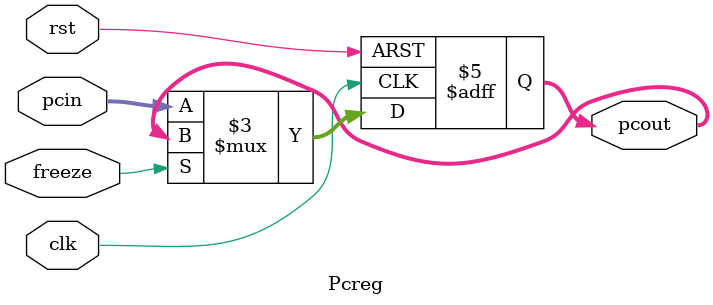
<source format=v>
module Pcreg(input clk,rst,freeze,input [31:0]pcin,output reg[31:0]pcout);
  //reg [31:0]pc ;
  always@(posedge clk,posedge rst)begin
    if(rst)begin
      pcout <= 32'b0;
    end else begin
      if(~freeze)begin
          pcout<=pcin;
      end
    end
  end
    //assign pcout=pc;
endmodule
</source>
